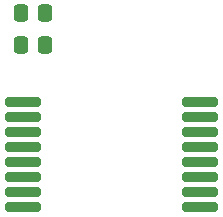
<source format=gbr>
%TF.GenerationSoftware,KiCad,Pcbnew,6.0.4-6f826c9f35~116~ubuntu20.04.1*%
%TF.CreationDate,2022-04-01T00:26:04-05:00*%
%TF.ProjectId,LoRa_ E28-2G4M27S,4c6f5261-5f20-4453-9238-2d3247344d32,rev?*%
%TF.SameCoordinates,Original*%
%TF.FileFunction,Paste,Top*%
%TF.FilePolarity,Positive*%
%FSLAX46Y46*%
G04 Gerber Fmt 4.6, Leading zero omitted, Abs format (unit mm)*
G04 Created by KiCad (PCBNEW 6.0.4-6f826c9f35~116~ubuntu20.04.1) date 2022-04-01 00:26:04*
%MOMM*%
%LPD*%
G01*
G04 APERTURE LIST*
G04 Aperture macros list*
%AMRoundRect*
0 Rectangle with rounded corners*
0 $1 Rounding radius*
0 $2 $3 $4 $5 $6 $7 $8 $9 X,Y pos of 4 corners*
0 Add a 4 corners polygon primitive as box body*
4,1,4,$2,$3,$4,$5,$6,$7,$8,$9,$2,$3,0*
0 Add four circle primitives for the rounded corners*
1,1,$1+$1,$2,$3*
1,1,$1+$1,$4,$5*
1,1,$1+$1,$6,$7*
1,1,$1+$1,$8,$9*
0 Add four rect primitives between the rounded corners*
20,1,$1+$1,$2,$3,$4,$5,0*
20,1,$1+$1,$4,$5,$6,$7,0*
20,1,$1+$1,$6,$7,$8,$9,0*
20,1,$1+$1,$8,$9,$2,$3,0*%
G04 Aperture macros list end*
%ADD10RoundRect,0.200000X-1.300000X-0.200000X1.300000X-0.200000X1.300000X0.200000X-1.300000X0.200000X0*%
%ADD11RoundRect,0.250000X0.337500X0.475000X-0.337500X0.475000X-0.337500X-0.475000X0.337500X-0.475000X0*%
G04 APERTURE END LIST*
D10*
%TO.C,U1*%
X143433939Y-78410000D03*
X143433939Y-79680000D03*
X143433939Y-80950000D03*
X143433939Y-82220000D03*
X143433939Y-83490000D03*
X143433939Y-84760000D03*
X143415000Y-86017679D03*
X143433939Y-87300000D03*
X128433939Y-87300000D03*
X128415000Y-86017679D03*
X128433939Y-84760000D03*
X128433939Y-83490000D03*
X128433939Y-82220000D03*
X128433939Y-80950000D03*
X128433939Y-79680000D03*
X128433939Y-78410000D03*
%TD*%
D11*
%TO.C,C2*%
X130300000Y-73600000D03*
X128225000Y-73600000D03*
%TD*%
%TO.C,C1*%
X130300000Y-70900000D03*
X128225000Y-70900000D03*
%TD*%
M02*

</source>
